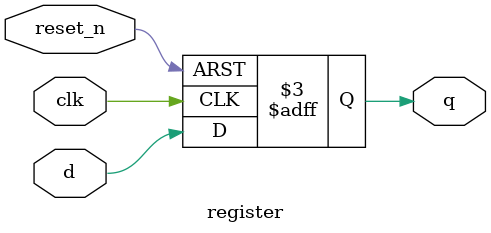
<source format=v>
module register
  #(parameter WIDTH = 1)
   (
    input                  clk,
    input                  reset_n,
    input      [WIDTH-1:0] d,
    output reg [WIDTH-1:0] q
    );

   always @(posedge clk, negedge reset_n)
     if (!reset_n)
       q <= {WIDTH {1'b0}};
     else
       q <= d;

endmodule // register

</source>
